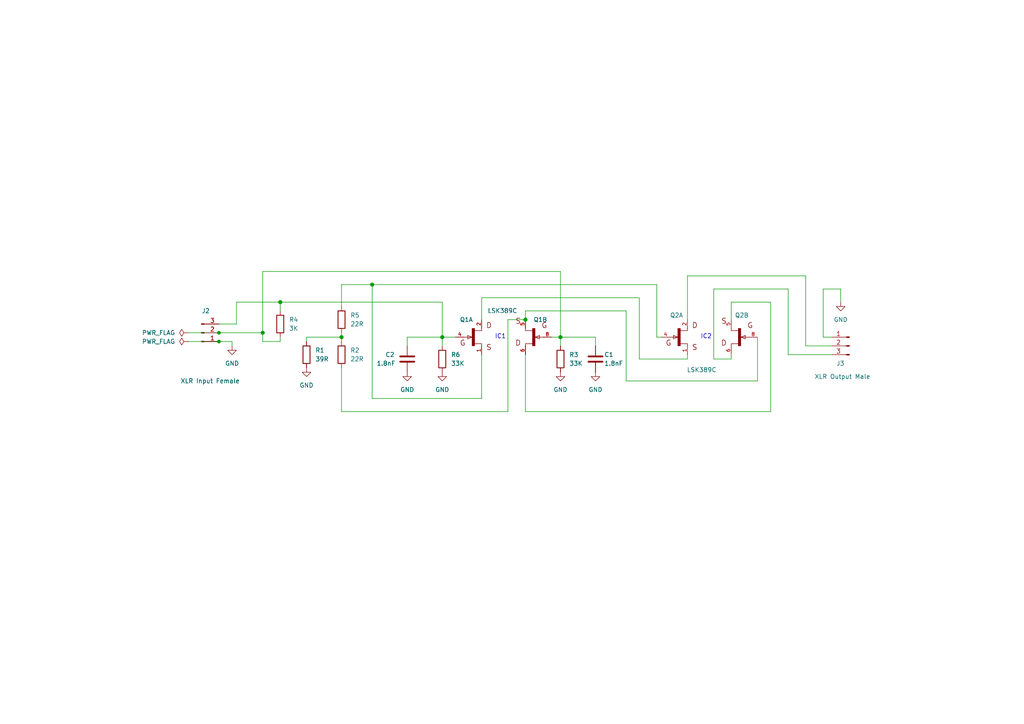
<source format=kicad_sch>
(kicad_sch (version 20230121) (generator eeschema)
  (paper "A4")
  (lib_symbols
    (symbol "Connector:Conn_01x03_Pin" (pin_names (offset 1.016) hide)
      (property "Reference" "J" (at 0 5.08 0))
      (property "Value" "Conn_01x03_Pin" (at 0 -5.08 0))
      (symbol "Conn_01x03_Pin_1_1"
        (polyline (pts (xy 1.27 -2.54) (xy 0.8636 -2.54)) (stroke (width 0.1524)))
        (polyline (pts (xy 1.27 0) (xy 0.8636 0)) (stroke (width 0.1524)))
        (polyline (pts (xy 1.27 2.54) (xy 0.8636 2.54)) (stroke (width 0.1524)))
        (rectangle (start 0.8636 -2.413) (end 0 -2.667) (stroke (width 0.1524)) (fill (type outline)))
        (rectangle (start 0.8636 0.127) (end 0 -0.127) (stroke (width 0.1524)) (fill (type outline)))
        (rectangle (start 0.8636 2.667) (end 0 2.413) (stroke (width 0.1524)) (fill (type outline)))
        (pin passive line (at 5.08 2.54 180) (length 3.81) (name "Pin_1") (number "1"))
        (pin passive line (at 5.08 0 180) (length 3.81) (name "Pin_2") (number "2"))
        (pin passive line (at 5.08 -2.54 180) (length 3.81) (name "Pin_3") (number "3"))
      )
    )
    (symbol "Device:C" (pin_numbers hide) (pin_names (offset 0.254))
      (property "Reference" "C" (at 0.635 2.54 0))
      (property "Value" "C" (at 0.635 -2.54 0))
      (symbol "C_0_1"
        (polyline (pts (xy -2.032 -0.762) (xy 2.032 -0.762)) (stroke (width 0.508)))
        (polyline (pts (xy -2.032 0.762) (xy 2.032 0.762)) (stroke (width 0.508)))
      )
      (symbol "C_1_1"
        (pin passive line (at 0 3.81 270) (length 2.794) (name "~") (number "1"))
        (pin passive line (at 0 -3.81 90) (length 2.794) (name "~") (number "2"))
      )
    )
    (symbol "Device:R" (pin_numbers hide) (pin_names (offset 0))
      (property "Reference" "R" (at 2.032 0 90))
      (property "Value" "R" (at 0 0 90))
      (symbol "R_0_1"
        (rectangle (start -1.016 -2.54) (end 1.016 2.54) (stroke (width 0.254)))
      )
      (symbol "R_1_1"
        (pin passive line (at 0 3.81 270) (length 1.27) (name "~") (number "1"))
        (pin passive line (at 0 -3.81 90) (length 1.27) (name "~") (number "2"))
      )
    )
    (symbol "GND_1" (power) (pin_names (offset 0))
      (property "Value" "GND_1" (at 0 -3.81 0))
      (symbol "GND_1_0_1"
        (polyline (pts (xy 0 0) (xy 0 -1.27) (xy 1.27 -1.27) (xy 0 -2.54) (xy -1.27 -1.27) (xy 0 -1.27)))
      )
      (symbol "GND_1_1_1"
        (pin power_in line (at 0 0 270) (length 0) hide (name "GND") (number "1"))
      )
    )
    (symbol "LSK389B:LSK389B" (pin_names (offset 1.016))
      (property "Reference" "Q" (at -8.9059 5.0891 0))
      (property "Value" "LSK389B" (at -8.891 2.9213 0))
      (symbol "LSK389B_1_0"
        (rectangle (start -0.2544 -2.5444) (end 0.508 2.54) (stroke (width 0.1)) (fill (type outline)))
        (polyline (pts (xy -2.54 0) (xy -0.254 0)) (stroke (width 0.1524)))
        (polyline (pts (xy -1.524 -0.508) (xy -0.254 0)) (stroke (width 0.1524)))
        (polyline (pts (xy -1.524 0.508) (xy -1.524 -0.508)) (stroke (width 0.1524)))
        (polyline (pts (xy -0.254 0) (xy -1.524 0.508)) (stroke (width 0.1524)))
        (polyline (pts (xy 2.54 -2.54) (xy 2.54 -1.905)) (stroke (width 0.1524)))
        (polyline (pts (xy 2.54 -1.905) (xy 0.5334 -1.905)) (stroke (width 0.1524)))
        (polyline (pts (xy 2.54 1.905) (xy 0.508 1.905)) (stroke (width 0.1524)))
        (polyline (pts (xy 2.54 2.667) (xy 2.54 1.905)) (stroke (width 0.1524)))
        (text "D" (at 3.8145 2.543 0) (effects (font (size 1.5258 1.5258)) (justify left bottom)))
        (text "G" (at -3.8137 -2.5424 0) (effects (font (size 1.5255 1.5255)) (justify left bottom)))
        (text "S" (at 3.8118 -3.8118 0) (effects (font (size 1.5247 1.5247)) (justify left bottom)))
        (pin passive line (at 2.54 -5.08 90) (length 2.54) (name "~") (number "1"))
        (pin passive line (at 2.54 5.08 270) (length 2.54) (name "~") (number "2"))
        (pin passive line (at -5.08 0 0) (length 2.54) (name "~") (number "4"))
      )
      (symbol "LSK389B_2_0"
        (rectangle (start -0.2544 -2.5444) (end 0.508 2.54) (stroke (width 0.1)) (fill (type outline)))
        (polyline (pts (xy -2.54 0) (xy -0.254 0)) (stroke (width 0.1524)))
        (polyline (pts (xy -1.524 -0.508) (xy -0.254 0)) (stroke (width 0.1524)))
        (polyline (pts (xy -1.524 0.508) (xy -1.524 -0.508)) (stroke (width 0.1524)))
        (polyline (pts (xy -0.254 0) (xy -1.524 0.508)) (stroke (width 0.1524)))
        (polyline (pts (xy 2.54 -2.54) (xy 2.54 -1.905)) (stroke (width 0.1524)))
        (polyline (pts (xy 2.54 -1.905) (xy 0.5334 -1.905)) (stroke (width 0.1524)))
        (polyline (pts (xy 2.54 1.905) (xy 0.508 1.905)) (stroke (width 0.1524)))
        (polyline (pts (xy 2.54 2.667) (xy 2.54 1.905)) (stroke (width 0.1524)))
        (text "D" (at 3.8145 2.543 0) (effects (font (size 1.5258 1.5258)) (justify left bottom)))
        (text "G" (at -3.8137 -2.5424 0) (effects (font (size 1.5255 1.5255)) (justify left bottom)))
        (text "S" (at 3.8118 -3.8118 0) (effects (font (size 1.5247 1.5247)) (justify left bottom)))
        (pin passive line (at 2.54 -5.08 90) (length 2.54) (name "~") (number "5"))
        (pin passive line (at 2.54 5.08 270) (length 2.54) (name "~") (number "6"))
        (pin passive line (at -5.08 0 0) (length 2.54) (name "~") (number "8"))
      )
    )
    (symbol "LSK389B_1" (pin_names (offset 1.016))
      (property "Reference" "Q" (at -8.9059 5.0891 0))
      (property "Value" "LSK389B" (at -8.891 2.9213 0))
      (symbol "LSK389B_1_1_0"
        (rectangle (start -0.2544 -2.5444) (end 0.508 2.54) (stroke (width 0.1)) (fill (type outline)))
        (polyline (pts (xy -2.54 0) (xy -0.254 0)) (stroke (width 0.1524)))
        (polyline (pts (xy -1.524 -0.508) (xy -0.254 0)) (stroke (width 0.1524)))
        (polyline (pts (xy -1.524 0.508) (xy -1.524 -0.508)) (stroke (width 0.1524)))
        (polyline (pts (xy -0.254 0) (xy -1.524 0.508)) (stroke (width 0.1524)))
        (polyline (pts (xy 2.54 -2.54) (xy 2.54 -1.905)) (stroke (width 0.1524)))
        (polyline (pts (xy 2.54 -1.905) (xy 0.5334 -1.905)) (stroke (width 0.1524)))
        (polyline (pts (xy 2.54 1.905) (xy 0.508 1.905)) (stroke (width 0.1524)))
        (polyline (pts (xy 2.54 2.667) (xy 2.54 1.905)) (stroke (width 0.1524)))
        (text "D" (at 3.8145 2.543 0) (effects (font (size 1.5258 1.5258)) (justify left bottom)))
        (text "G" (at -3.8137 -2.5424 0) (effects (font (size 1.5255 1.5255)) (justify left bottom)))
        (text "S" (at 3.8118 -3.8118 0) (effects (font (size 1.5247 1.5247)) (justify left bottom)))
        (pin passive line (at 2.54 -5.08 90) (length 2.54) (name "~") (number "1"))
        (pin passive line (at 2.54 5.08 270) (length 2.54) (name "~") (number "2"))
        (pin passive line (at -5.08 0 0) (length 2.54) (name "~") (number "4"))
      )
      (symbol "LSK389B_1_2_0"
        (rectangle (start -0.2544 -2.5444) (end 0.508 2.54) (stroke (width 0.1)) (fill (type outline)))
        (polyline (pts (xy -2.54 0) (xy -0.254 0)) (stroke (width 0.1524)))
        (polyline (pts (xy -1.524 -0.508) (xy -0.254 0)) (stroke (width 0.1524)))
        (polyline (pts (xy -1.524 0.508) (xy -1.524 -0.508)) (stroke (width 0.1524)))
        (polyline (pts (xy -0.254 0) (xy -1.524 0.508)) (stroke (width 0.1524)))
        (polyline (pts (xy 2.54 -2.54) (xy 2.54 -1.905)) (stroke (width 0.1524)))
        (polyline (pts (xy 2.54 -1.905) (xy 0.5334 -1.905)) (stroke (width 0.1524)))
        (polyline (pts (xy 2.54 1.905) (xy 0.508 1.905)) (stroke (width 0.1524)))
        (polyline (pts (xy 2.54 2.667) (xy 2.54 1.905)) (stroke (width 0.1524)))
        (text "D" (at 3.8145 2.543 0) (effects (font (size 1.5258 1.5258)) (justify left bottom)))
        (text "G" (at -3.8137 -2.5424 0) (effects (font (size 1.5255 1.5255)) (justify left bottom)))
        (text "S" (at 3.8118 -3.8118 0) (effects (font (size 1.5247 1.5247)) (justify left bottom)))
        (pin passive line (at 2.54 -5.08 90) (length 2.54) (name "~") (number "5"))
        (pin passive line (at 2.54 5.08 270) (length 2.54) (name "~") (number "6"))
        (pin passive line (at -5.08 0 0) (length 2.54) (name "~") (number "8"))
      )
    )
    (symbol "LSK389B_2" (pin_names (offset 1.016))
      (property "Reference" "Q" (at -8.9059 5.0891 0))
      (property "Value" "LSK389B" (at -8.891 2.9213 0))
      (symbol "LSK389B_2_1_0"
        (rectangle (start -0.2544 -2.5444) (end 0.508 2.54) (stroke (width 0.1)) (fill (type outline)))
        (polyline (pts (xy -2.54 0) (xy -0.254 0)) (stroke (width 0.1524)))
        (polyline (pts (xy -1.524 -0.508) (xy -0.254 0)) (stroke (width 0.1524)))
        (polyline (pts (xy -1.524 0.508) (xy -1.524 -0.508)) (stroke (width 0.1524)))
        (polyline (pts (xy -0.254 0) (xy -1.524 0.508)) (stroke (width 0.1524)))
        (polyline (pts (xy 2.54 -2.54) (xy 2.54 -1.905)) (stroke (width 0.1524)))
        (polyline (pts (xy 2.54 -1.905) (xy 0.5334 -1.905)) (stroke (width 0.1524)))
        (polyline (pts (xy 2.54 1.905) (xy 0.508 1.905)) (stroke (width 0.1524)))
        (polyline (pts (xy 2.54 2.667) (xy 2.54 1.905)) (stroke (width 0.1524)))
        (text "D" (at 3.8145 2.543 0) (effects (font (size 1.5258 1.5258)) (justify left bottom)))
        (text "G" (at -3.8137 -2.5424 0) (effects (font (size 1.5255 1.5255)) (justify left bottom)))
        (text "S" (at 3.8118 -3.8118 0) (effects (font (size 1.5247 1.5247)) (justify left bottom)))
        (pin passive line (at 2.54 -5.08 90) (length 2.54) (name "~") (number "1"))
        (pin passive line (at 2.54 5.08 270) (length 2.54) (name "~") (number "2"))
        (pin passive line (at -5.08 0 0) (length 2.54) (name "~") (number "4"))
      )
      (symbol "LSK389B_2_2_0"
        (rectangle (start -0.2544 -2.5444) (end 0.508 2.54) (stroke (width 0.1)) (fill (type outline)))
        (polyline (pts (xy -2.54 0) (xy -0.254 0)) (stroke (width 0.1524)))
        (polyline (pts (xy -1.524 -0.508) (xy -0.254 0)) (stroke (width 0.1524)))
        (polyline (pts (xy -1.524 0.508) (xy -1.524 -0.508)) (stroke (width 0.1524)))
        (polyline (pts (xy -0.254 0) (xy -1.524 0.508)) (stroke (width 0.1524)))
        (polyline (pts (xy 2.54 -2.54) (xy 2.54 -1.905)) (stroke (width 0.1524)))
        (polyline (pts (xy 2.54 -1.905) (xy 0.5334 -1.905)) (stroke (width 0.1524)))
        (polyline (pts (xy 2.54 1.905) (xy 0.508 1.905)) (stroke (width 0.1524)))
        (polyline (pts (xy 2.54 2.667) (xy 2.54 1.905)) (stroke (width 0.1524)))
        (text "D" (at 3.8145 2.543 0) (effects (font (size 1.5258 1.5258)) (justify left bottom)))
        (text "G" (at -3.8137 -2.5424 0) (effects (font (size 1.5255 1.5255)) (justify left bottom)))
        (text "S" (at 3.8118 -3.8118 0) (effects (font (size 1.5247 1.5247)) (justify left bottom)))
        (pin passive line (at 2.54 -5.08 90) (length 2.54) (name "~") (number "5"))
        (pin passive line (at 2.54 5.08 270) (length 2.54) (name "~") (number "6"))
        (pin passive line (at -5.08 0 0) (length 2.54) (name "~") (number "8"))
      )
    )
    (symbol "LSK389B_3" (pin_names (offset 1.016))
      (property "Reference" "Q" (at -8.9059 5.0891 0))
      (property "Value" "LSK389B" (at -8.891 2.9213 0))
      (symbol "LSK389B_3_1_0"
        (rectangle (start -0.2544 -2.5444) (end 0.508 2.54) (stroke (width 0.1)) (fill (type outline)))
        (polyline (pts (xy -2.54 0) (xy -0.254 0)) (stroke (width 0.1524)))
        (polyline (pts (xy -1.524 -0.508) (xy -0.254 0)) (stroke (width 0.1524)))
        (polyline (pts (xy -1.524 0.508) (xy -1.524 -0.508)) (stroke (width 0.1524)))
        (polyline (pts (xy -0.254 0) (xy -1.524 0.508)) (stroke (width 0.1524)))
        (polyline (pts (xy 2.54 -2.54) (xy 2.54 -1.905)) (stroke (width 0.1524)))
        (polyline (pts (xy 2.54 -1.905) (xy 0.5334 -1.905)) (stroke (width 0.1524)))
        (polyline (pts (xy 2.54 1.905) (xy 0.508 1.905)) (stroke (width 0.1524)))
        (polyline (pts (xy 2.54 2.667) (xy 2.54 1.905)) (stroke (width 0.1524)))
        (text "D" (at 3.8145 2.543 0) (effects (font (size 1.5258 1.5258)) (justify left bottom)))
        (text "G" (at -3.8137 -2.5424 0) (effects (font (size 1.5255 1.5255)) (justify left bottom)))
        (text "S" (at 3.8118 -3.8118 0) (effects (font (size 1.5247 1.5247)) (justify left bottom)))
        (pin passive line (at 2.54 -5.08 90) (length 2.54) (name "~") (number "1"))
        (pin passive line (at 2.54 5.08 270) (length 2.54) (name "~") (number "2"))
        (pin passive line (at -5.08 0 0) (length 2.54) (name "~") (number "4"))
      )
      (symbol "LSK389B_3_2_0"
        (rectangle (start -0.2544 -2.5444) (end 0.508 2.54) (stroke (width 0.1)) (fill (type outline)))
        (polyline (pts (xy -2.54 0) (xy -0.254 0)) (stroke (width 0.1524)))
        (polyline (pts (xy -1.524 -0.508) (xy -0.254 0)) (stroke (width 0.1524)))
        (polyline (pts (xy -1.524 0.508) (xy -1.524 -0.508)) (stroke (width 0.1524)))
        (polyline (pts (xy -0.254 0) (xy -1.524 0.508)) (stroke (width 0.1524)))
        (polyline (pts (xy 2.54 -2.54) (xy 2.54 -1.905)) (stroke (width 0.1524)))
        (polyline (pts (xy 2.54 -1.905) (xy 0.5334 -1.905)) (stroke (width 0.1524)))
        (polyline (pts (xy 2.54 1.905) (xy 0.508 1.905)) (stroke (width 0.1524)))
        (polyline (pts (xy 2.54 2.667) (xy 2.54 1.905)) (stroke (width 0.1524)))
        (text "D" (at 3.8145 2.543 0) (effects (font (size 1.5258 1.5258)) (justify left bottom)))
        (text "G" (at -3.8137 -2.5424 0) (effects (font (size 1.5255 1.5255)) (justify left bottom)))
        (text "S" (at 3.8118 -3.8118 0) (effects (font (size 1.5247 1.5247)) (justify left bottom)))
        (pin passive line (at 2.54 -5.08 90) (length 2.54) (name "~") (number "5"))
        (pin passive line (at 2.54 5.08 270) (length 2.54) (name "~") (number "6"))
        (pin passive line (at -5.08 0 0) (length 2.54) (name "~") (number "8"))
      )
    )
    (symbol "power:GND" (power) (pin_names (offset 0))
      (property "Value" "GND" (at 0 -3.81 0))
      (symbol "GND_0_1"
        (polyline (pts (xy 0 0) (xy 0 -1.27) (xy 1.27 -1.27) (xy 0 -2.54) (xy -1.27 -1.27) (xy 0 -1.27)))
      )
      (symbol "GND_1_1"
        (pin power_in line (at 0 0 270) (length 0) hide (name "GND") (number "1"))
      )
    )
    (symbol "power:PWR_FLAG" (power) (pin_numbers hide) (pin_names (offset 0) hide)
      (property "Value" "PWR_FLAG" (at 0 3.81 0))
      (symbol "PWR_FLAG_0_0"
        (pin power_out line (at 0 0 90) (length 0) (name "pwr") (number "1"))
      )
      (symbol "PWR_FLAG_0_1"
        (polyline (pts (xy 0 0) (xy 0 1.27) (xy -1.016 1.905) (xy 0 2.54) (xy 1.016 1.905) (xy 0 1.27)))
      )
    )
  )
  (junction (at 76.2 96.52) (diameter 1.016))
  (junction (at 162.56 97.79) (diameter 1.016))
  (junction (at 128.27 97.79) (diameter 1.016))
  (junction (at 81.28 87.63) (diameter 1.016))
  (junction (at 63.5 99.06))
  (junction (at 99.06 97.79) (diameter 1.016))
  (junction (at 63.5 96.52))
  (junction (at 152.4 92.71) (diameter 1.016))
  (junction (at 107.95 82.55) (diameter 1.016))
  (wire (pts (xy 67.31 99.06) (xy 67.31 100.33)))
  (wire (pts (xy 152.4 119.38) (xy 223.52 119.38)))
  (wire (pts (xy 107.95 82.55) (xy 107.95 115.57)))
  (wire (pts (xy 107.95 115.57) (xy 139.7 115.57)))
  (wire (pts (xy 139.7 115.57) (xy 139.7 102.87)))
  (wire (pts (xy 190.5 97.79) (xy 190.5 82.55)))
  (wire (pts (xy 162.56 97.79) (xy 162.56 100.33)))
  (wire (pts (xy 88.9 97.79) (xy 99.06 97.79)))
  (wire (pts (xy 63.5 96.52) (xy 76.2 96.52)))
  (wire (pts (xy 128.27 97.79) (xy 128.27 100.33)))
  (wire (pts (xy 152.4 102.87) (xy 152.4 119.38)))
  (wire (pts (xy 212.09 87.63) (xy 223.52 87.63)))
  (wire (pts (xy 212.09 92.71) (xy 212.09 87.63)))
  (wire (pts (xy 223.52 87.63) (xy 223.52 119.38)))
  (wire (pts (xy 228.6 102.87) (xy 241.3 102.87)))
  (wire (pts (xy 76.2 78.74) (xy 76.2 96.52)))
  (wire (pts (xy 76.2 96.52) (xy 76.2 99.06)))
  (wire (pts (xy 190.5 97.79) (xy 191.77 97.79)))
  (wire (pts (xy 68.58 87.63) (xy 81.28 87.63)))
  (wire (pts (xy 81.28 87.63) (xy 128.27 87.63)))
  (wire (pts (xy 128.27 97.79) (xy 128.27 87.63)))
  (wire (pts (xy 238.76 83.82) (xy 238.76 97.79)))
  (wire (pts (xy 238.76 97.79) (xy 241.3 97.79)))
  (wire (pts (xy 99.06 82.55) (xy 99.06 88.9)))
  (wire (pts (xy 107.95 82.55) (xy 99.06 82.55)))
  (wire (pts (xy 238.76 83.82) (xy 243.84 83.82)))
  (wire (pts (xy 243.84 83.82) (xy 243.84 87.63)))
  (wire (pts (xy 118.11 97.79) (xy 118.11 100.33)))
  (wire (pts (xy 172.72 97.79) (xy 172.72 100.33)))
  (wire (pts (xy 68.58 87.63) (xy 68.58 93.98)))
  (wire (pts (xy 68.58 93.98) (xy 63.5 93.98)))
  (wire (pts (xy 107.95 82.55) (xy 190.5 82.55)))
  (wire (pts (xy 199.39 104.14) (xy 199.39 102.87)))
  (wire (pts (xy 207.01 83.82) (xy 228.6 83.82)))
  (wire (pts (xy 207.01 104.14) (xy 207.01 83.82)))
  (wire (pts (xy 212.09 102.87) (xy 212.09 104.14)))
  (wire (pts (xy 212.09 104.14) (xy 207.01 104.14)))
  (wire (pts (xy 228.6 83.82) (xy 228.6 102.87)))
  (wire (pts (xy 162.56 97.79) (xy 172.72 97.79)))
  (wire (pts (xy 199.39 80.01) (xy 233.68 80.01)))
  (wire (pts (xy 199.39 92.71) (xy 199.39 80.01)))
  (wire (pts (xy 233.68 80.01) (xy 233.68 100.33)))
  (wire (pts (xy 233.68 100.33) (xy 241.3 100.33)))
  (wire (pts (xy 63.5 99.06) (xy 67.31 99.06)))
  (wire (pts (xy 152.4 90.17) (xy 152.4 92.71)))
  (wire (pts (xy 152.4 90.17) (xy 181.61 90.17)))
  (wire (pts (xy 181.61 110.49) (xy 181.61 90.17)))
  (wire (pts (xy 219.71 97.79) (xy 219.71 110.49)))
  (wire (pts (xy 219.71 110.49) (xy 181.61 110.49)))
  (wire (pts (xy 76.2 78.74) (xy 162.56 78.74)))
  (wire (pts (xy 81.28 87.63) (xy 81.28 90.17)))
  (wire (pts (xy 54.61 99.06) (xy 63.5 99.06)))
  (wire (pts (xy 99.06 119.38) (xy 99.06 106.68)))
  (wire (pts (xy 147.32 92.71) (xy 147.32 119.38)))
  (wire (pts (xy 147.32 119.38) (xy 99.06 119.38)))
  (wire (pts (xy 152.4 92.71) (xy 147.32 92.71)))
  (wire (pts (xy 162.56 78.74) (xy 162.56 97.79)))
  (wire (pts (xy 88.9 97.79) (xy 88.9 99.06)))
  (wire (pts (xy 160.02 97.79) (xy 162.56 97.79)))
  (wire (pts (xy 128.27 97.79) (xy 118.11 97.79)))
  (wire (pts (xy 132.08 97.79) (xy 128.27 97.79)))
  (wire (pts (xy 99.06 96.52) (xy 99.06 97.79)))
  (wire (pts (xy 99.06 97.79) (xy 99.06 99.06)))
  (wire (pts (xy 139.7 86.36) (xy 139.7 92.71)))
  (wire (pts (xy 139.7 86.36) (xy 185.42 86.36)))
  (wire (pts (xy 185.42 104.14) (xy 185.42 86.36)))
  (wire (pts (xy 199.39 104.14) (xy 185.42 104.14)))
  (wire (pts (xy 76.2 99.06) (xy 81.28 99.06)))
  (wire (pts (xy 81.28 97.79) (xy 81.28 99.06)))
  (wire (pts (xy 54.61 96.52) (xy 63.5 96.52)))
  (text "IC2" (at 203.2 98.425 0) (effects (font (size 1.27 1.27)) (justify left bottom)))
  (text "IC1" (at 143.51 98.425 0) (effects (font (size 1.27 1.27)) (justify left bottom)))
  (symbol (lib_id "power:PWR_FLAG") (at 54.61 99.06 90) (unit 1)
    (property "Reference" "#FLG02" (effects hide))
    (property "Value" "PWR_FLAG" (at 50.8 99.06 90) (effects (justify left)))
  )
  (symbol (lib_id "power:GND") (at 243.84 87.63 0) (unit 1)
    (property "Reference" "#PWR06" (effects hide))
    (property "Value" "GND" (at 243.84 92.71 0))
  )
  (symbol (lib_name "LSK389B_2") (lib_id "LSK389B:LSK389B") (at 137.16 97.79 0) (unit 1)
    (property "Reference" "Q1" (at 133.35 92.71 0) (effects (justify left)))
    (property "Value" "LSK389C" (at 141.4145 90.1316 0) (effects (justify left)))
    (property "Footprint" "LSK389B:SO8" (effects hide))
    (property "MF" "Linear Systems" (effects hide))
    (property "Description" "\\nJFET 2 N-Channel (Dual) 40 V 400 mW Surface Mount 8-SOIC\\n" (effects hide))
    (property "Package" "None" (effects hide))
    (property "Price" "None" (effects hide))
    (property "SnapEDA_Link" "https://www.snapeda.com/parts/LSK389B/Linear+Systems/view-part/?ref=snap" (effects hide))
    (property "MP" "LSK389B" (effects hide))
    (property "Availability" "Not in stock" (effects hide))
    (property "Check_prices" "https://www.snapeda.com/parts/LSK389B/Linear+Systems/view-part/?ref=eda" (effects hide))
  )
  (symbol (lib_id "Connector:Conn_01x03_Pin") (at 246.38 100.33 0) (mirror y) (unit 1)
    (property "Reference" "J3" (at 242.57 105.41 0) (effects (justify right)))
    (property "Value" "XLR Output Male" (at 236.22 109.22 0) (effects (justify right)))
    (property "Footprint" "Connector_PinHeader_2.54mm:PinHeader_1x03_P2.54mm_Vertical" (effects hide))
  )
  (symbol (lib_name "GND_1") (lib_id "power:GND") (at 67.31 100.33 0) (unit 1)
    (property "Reference" "#PWR08" (effects hide))
    (property "Value" "GND" (at 67.31 105.41 0))
  )
  (symbol (lib_id "LSK389B:LSK389B") (at 214.63 97.79 180) (unit 2)
    (property "Reference" "Q2" (at 217.17 91.44 0) (effects (justify left)))
    (property "Value" "LSK389C" (effects hide))
    (property "Footprint" "LSK389B:SO8" (effects hide))
    (property "MF" "Linear Systems" (effects hide))
    (property "Description" "\nJFET 2 N-Channel (Dual) 40 V 400 mW Surface Mount 8-SOIC\n" (effects hide))
    (property "Package" "None" (effects hide))
    (property "Price" "None" (effects hide))
    (property "SnapEDA_Link" "https://www.snapeda.com/parts/LSK389B/Linear+Systems/view-part/?ref=snap" (effects hide))
    (property "MP" "LSK389B" (effects hide))
    (property "Availability" "Not in stock" (effects hide))
    (property "Check_prices" "https://www.snapeda.com/parts/LSK389B/Linear+Systems/view-part/?ref=eda" (effects hide))
  )
  (symbol (lib_id "power:GND") (at 162.56 107.95 0) (unit 1)
    (property "Reference" "#PWR07" (effects hide))
    (property "Value" "GND" (at 162.56 113.03 0))
  )
  (symbol (lib_name "LSK389B_3") (lib_id "LSK389B:LSK389B") (at 154.94 97.79 180) (unit 2)
    (property "Reference" "Q1" (at 158.75 92.71 0) (effects (justify left)))
    (property "Value" "LSK389C" (effects hide))
    (property "Footprint" "LSK389B:SO8" (effects hide))
    (property "MF" "Linear Systems" (effects hide))
    (property "Description" "\nJFET 2 N-Channel (Dual) 40 V 400 mW Surface Mount 8-SOIC\n" (effects hide))
    (property "Package" "None" (effects hide))
    (property "Price" "None" (effects hide))
    (property "SnapEDA_Link" "https://www.snapeda.com/parts/LSK389B/Linear+Systems/view-part/?ref=snap" (effects hide))
    (property "MP" "LSK389B" (effects hide))
    (property "Availability" "Not in stock" (effects hide))
    (property "Check_prices" "https://www.snapeda.com/parts/LSK389B/Linear+Systems/view-part/?ref=eda" (effects hide))
  )
  (symbol (lib_id "Connector:Conn_01x03_Pin") (at 58.42 96.52 0) (mirror x) (unit 1)
    (property "Reference" "J2" (at 59.69 90.17 0))
    (property "Value" "XLR Input Female" (at 60.96 110.49 0))
    (property "Footprint" "Connector_PinHeader_2.54mm:PinHeader_1x03_P2.54mm_Vertical" (effects hide))
  )
  (symbol (lib_id "Device:R") (at 128.27 104.14 180) (unit 1)
    (property "Reference" "R6" (at 130.81 102.87 0) (effects (justify right)))
    (property "Value" "33K" (at 130.81 105.41 0) (effects (justify right)))
    (property "Footprint" "Resistor_SMD:R_1206_3216Metric" (effects hide))
  )
  (symbol (lib_id "Device:R") (at 99.06 92.71 0) (unit 1)
    (property "Reference" "R5" (at 101.6 91.44 0) (effects (justify left)))
    (property "Value" "22R" (at 101.6 93.98 0) (effects (justify left)))
    (property "Footprint" "Resistor_SMD:R_1206_3216Metric" (effects hide))
  )
  (symbol (lib_id "Device:R") (at 162.56 104.14 0) (unit 1)
    (property "Reference" "R3" (at 165.1 102.87 0) (effects (justify left)))
    (property "Value" "33K" (at 165.1 105.41 0) (effects (justify left)))
    (property "Footprint" "Capacitor_SMD:C_1206_3216Metric" (effects hide))
  )
  (symbol (lib_id "Device:R") (at 81.28 93.98 0) (unit 1)
    (property "Reference" "R4" (at 83.82 92.71 0) (effects (justify left)))
    (property "Value" "3K" (at 83.82 95.25 0) (effects (justify left)))
    (property "Footprint" "Resistor_SMD:R_1206_3216Metric" (effects hide))
  )
  (symbol (lib_id "power:PWR_FLAG") (at 54.61 96.52 90) (unit 1)
    (property "Reference" "#FLG01" (effects hide))
    (property "Value" "PWR_FLAG" (at 50.8 96.52 90) (effects (justify left)))
  )
  (symbol (lib_id "Device:C") (at 118.11 104.14 180) (unit 1)
    (property "Reference" "C2" (at 111.76 102.87 0) (effects (justify right)))
    (property "Value" "1.8nF" (at 109.22 105.41 0) (effects (justify right)))
    (property "Footprint" "Capacitor_SMD:C_1206_3216Metric" (effects hide))
  )
  (symbol (lib_id "Device:R") (at 88.9 102.87 0) (unit 1)
    (property "Reference" "R1" (at 91.44 101.6 0) (effects (justify left)))
    (property "Value" "39R" (at 91.44 104.14 0) (effects (justify left)))
    (property "Footprint" "Resistor_SMD:R_1206_3216Metric" (effects hide))
  )
  (symbol (lib_name "GND_1") (lib_id "power:GND") (at 128.27 107.95 0) (unit 1)
    (property "Reference" "#PWR03" (effects hide))
    (property "Value" "GND" (at 128.27 113.03 0))
  )
  (symbol (lib_id "Device:R") (at 99.06 102.87 0) (unit 1)
    (property "Reference" "R2" (at 101.6 101.6 0) (effects (justify left)))
    (property "Value" "22R" (at 101.6 104.14 0) (effects (justify left)))
    (property "Footprint" "Resistor_SMD:R_1206_3216Metric" (effects hide))
  )
  (symbol (lib_id "power:GND") (at 172.72 107.95 0) (unit 1)
    (property "Reference" "#PWR04" (effects hide))
    (property "Value" "GND" (at 172.72 113.03 0))
  )
  (symbol (lib_id "Device:C") (at 172.72 104.14 0) (unit 1)
    (property "Reference" "C1" (at 175.26 102.87 0) (effects (justify left)))
    (property "Value" "1.8nF" (at 175.26 105.41 0) (effects (justify left)))
    (property "Footprint" "Capacitor_SMD:C_1206_3216Metric" (effects hide))
  )
  (symbol (lib_name "GND_1") (lib_id "power:GND") (at 88.9 106.68 0) (unit 1)
    (property "Reference" "#PWR01" (effects hide))
    (property "Value" "GND" (at 88.9 111.76 0))
  )
  (symbol (lib_name "LSK389B_1") (lib_id "LSK389B:LSK389B") (at 196.85 97.79 0) (unit 1)
    (property "Reference" "Q2" (at 194.31 91.44 0) (effects (justify left)))
    (property "Value" "LSK389C" (at 199.1995 107.2766 0) (effects (justify left)))
    (property "Footprint" "LSK389B:SO8" (effects hide))
    (property "MF" "Linear Systems" (effects hide))
    (property "Description" "\\nJFET 2 N-Channel (Dual) 40 V 400 mW Surface Mount 8-SOIC\\n" (effects hide))
    (property "Package" "None" (effects hide))
    (property "Price" "None" (effects hide))
    (property "SnapEDA_Link" "https://www.snapeda.com/parts/LSK389B/Linear+Systems/view-part/?ref=snap" (effects hide))
    (property "MP" "LSK389B" (effects hide))
    (property "Availability" "Not in stock" (effects hide))
    (property "Check_prices" "https://www.snapeda.com/parts/LSK389B/Linear+Systems/view-part/?ref=eda" (effects hide))
  )
  (symbol (lib_name "GND_1") (lib_id "power:GND") (at 118.11 107.95 0) (unit 1)
    (property "Reference" "#PWR02" (effects hide))
    (property "Value" "GND" (at 118.11 113.03 0))
  )
)
</source>
